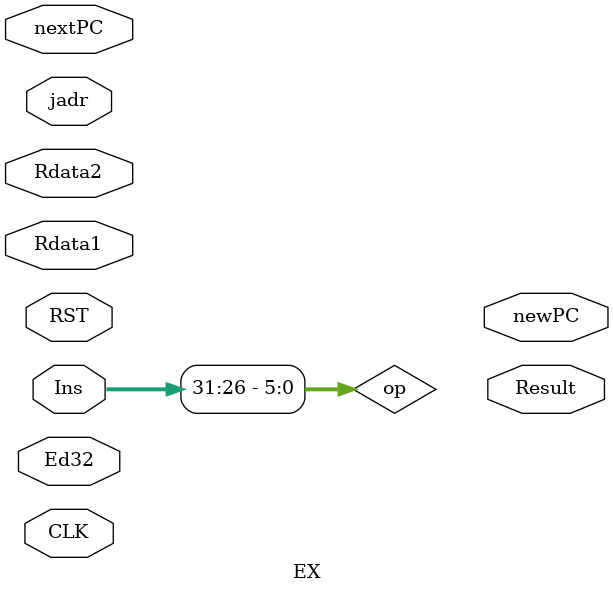
<source format=v>
module EX (
 input CLK, RST,
 input [31:0] Rdata1, Rdata2, //Rdata1 = rs, Rdata2 = rt
 input [31:0] Ed32, 
 input [25:0] jadr,
 input [31:0] Ins, //
 input [31:0] nextPC, //newPC+4
 output reg [31:0] Result,
 output reg [31:0] newPC
);

`include "common_param.vh"
wire [5:0] op;
assign op = Ins[31:26];


endmodule
</source>
